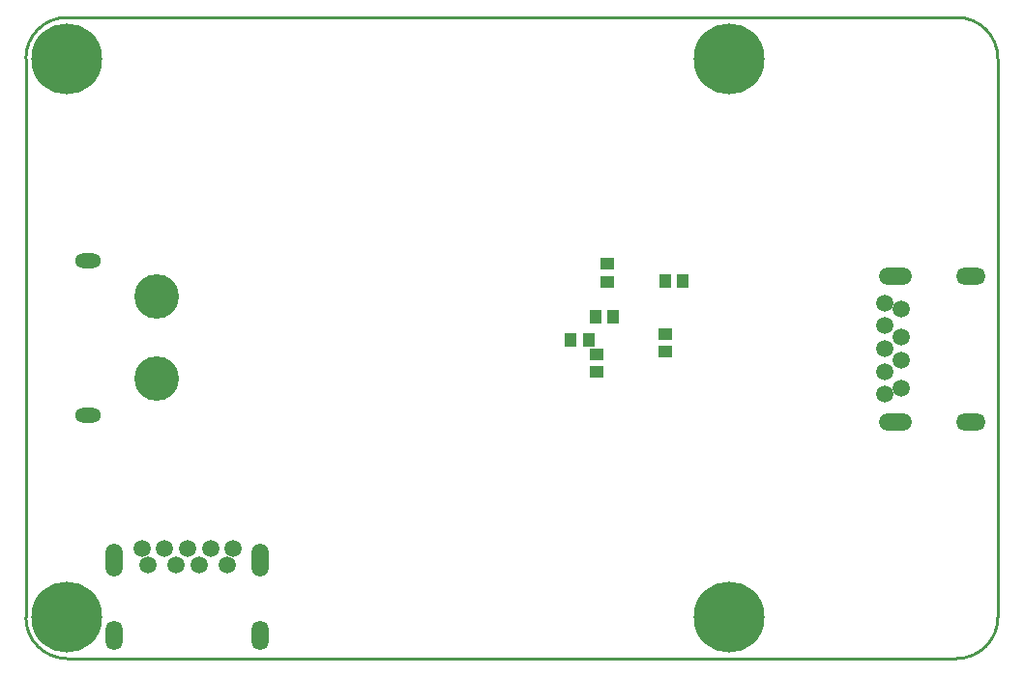
<source format=gbs>
G04*
G04 #@! TF.GenerationSoftware,Altium Limited,Altium Designer,22.0.2 (36)*
G04*
G04 Layer_Color=16711935*
%FSLAX25Y25*%
%MOIN*%
G70*
G04*
G04 #@! TF.SameCoordinates,A6D4CE7A-EFCD-4D6A-9A72-3AB9F5591AE9*
G04*
G04*
G04 #@! TF.FilePolarity,Negative*
G04*
G01*
G75*
%ADD16C,0.01000*%
%ADD48R,0.04461X0.04658*%
%ADD71R,0.04658X0.04461*%
%ADD74C,0.15354*%
%ADD75O,0.09055X0.05118*%
%ADD76C,0.05918*%
%ADD77O,0.05918X0.11430*%
%ADD78O,0.05918X0.10249*%
%ADD79O,0.11430X0.05918*%
%ADD80O,0.10249X0.05918*%
%ADD81C,0.24422*%
D16*
X351500Y54398D02*
G03*
X365673Y68571I0J14173D01*
G01*
Y261500D02*
G03*
X351500Y275673I-14173J0D01*
G01*
X30579Y68571D02*
G03*
X44752Y54398I14173J0D01*
G01*
Y275658D02*
G03*
X30579Y261484I0J-14173D01*
G01*
X44752Y275658D02*
X351500D01*
X365673Y68571D02*
Y261500D01*
X44752Y54398D02*
X351500D01*
X30579Y68571D02*
Y261484D01*
D48*
X233032Y172306D02*
D03*
X226969D02*
D03*
X224563Y164432D02*
D03*
X218500D02*
D03*
X257063Y184598D02*
D03*
X251000D02*
D03*
D71*
X231173Y190563D02*
D03*
Y184500D02*
D03*
X250902Y160437D02*
D03*
Y166500D02*
D03*
X227500Y153437D02*
D03*
Y159500D02*
D03*
D74*
X75681Y179201D02*
D03*
Y150855D02*
D03*
D75*
X52059Y191603D02*
D03*
Y138453D02*
D03*
D76*
X72524Y86516D02*
D03*
X82366D02*
D03*
X90240D02*
D03*
X100083D02*
D03*
X102051Y92422D02*
D03*
X94177D02*
D03*
X86303D02*
D03*
X78429D02*
D03*
X70555D02*
D03*
X332469Y147520D02*
D03*
Y157362D02*
D03*
Y165236D02*
D03*
Y175079D02*
D03*
X326563Y177047D02*
D03*
Y169173D02*
D03*
Y161299D02*
D03*
Y153425D02*
D03*
Y145551D02*
D03*
D77*
X61106Y88485D02*
D03*
X111500D02*
D03*
D78*
Y62500D02*
D03*
X61106D02*
D03*
D79*
X330500Y136102D02*
D03*
Y186496D02*
D03*
D80*
X356485D02*
D03*
Y136102D02*
D03*
D81*
X44752Y261484D02*
D03*
Y68571D02*
D03*
X273098D02*
D03*
Y261484D02*
D03*
M02*

</source>
